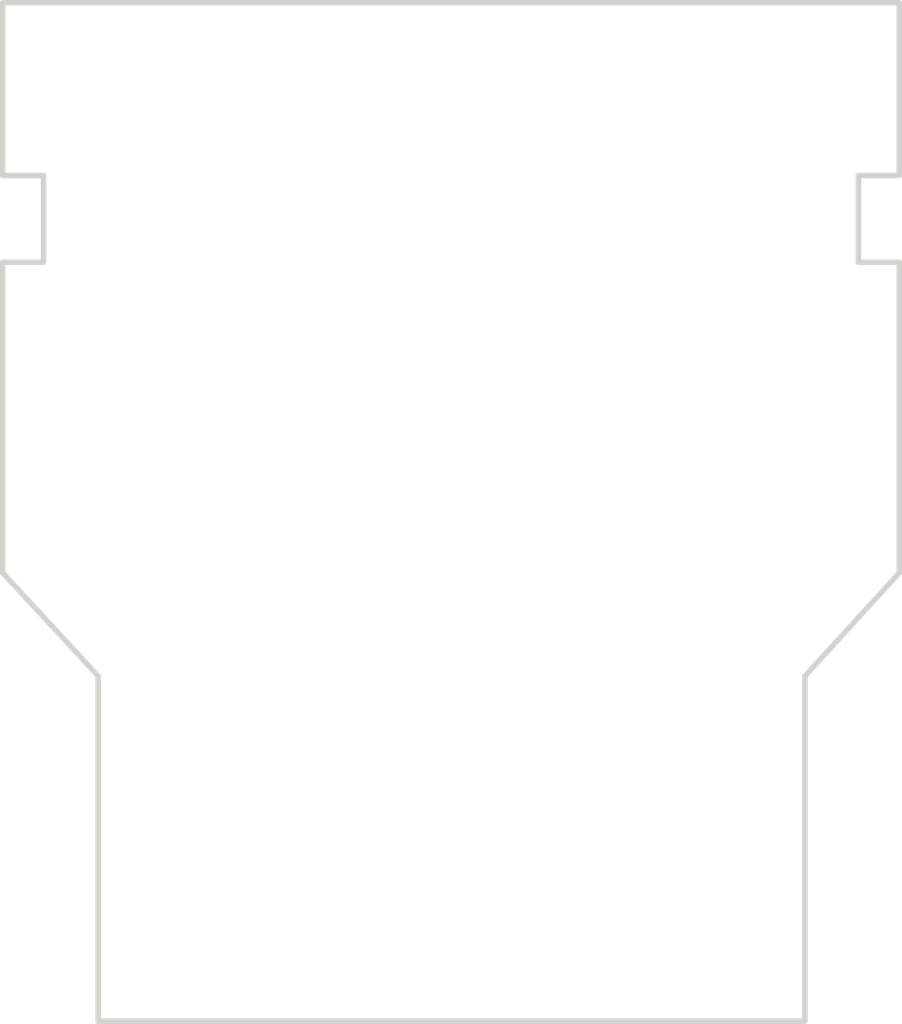
<source format=kicad_pcb>
(kicad_pcb (version 4) (host pcbnew 4.0.2+dfsg1-2~bpo8+1-stable)

  (general
    (links 0)
    (no_connects 0)
    (area 76.072999 50.799999 117.602001 97.917001)
    (thickness 1.6)
    (drawings 16)
    (tracks 0)
    (zones 0)
    (modules 0)
    (nets 1)
  )

  (page A4)
  (layers
    (0 F.Cu signal)
    (31 B.Cu signal)
    (32 B.Adhes user)
    (33 F.Adhes user)
    (34 B.Paste user)
    (35 F.Paste user)
    (36 B.SilkS user)
    (37 F.SilkS user)
    (38 B.Mask user)
    (39 F.Mask user)
    (40 Dwgs.User user)
    (41 Cmts.User user)
    (42 Eco1.User user)
    (43 Eco2.User user)
    (44 Edge.Cuts user)
    (45 Margin user)
    (46 B.CrtYd user)
    (47 F.CrtYd user)
    (48 B.Fab user)
    (49 F.Fab user)
  )

  (setup
    (last_trace_width 0.25)
    (trace_clearance 0.2)
    (zone_clearance 0.508)
    (zone_45_only no)
    (trace_min 0.2)
    (segment_width 0.2)
    (edge_width 0.15)
    (via_size 0.6)
    (via_drill 0.4)
    (via_min_size 0.4)
    (via_min_drill 0.3)
    (uvia_size 0.3)
    (uvia_drill 0.1)
    (uvias_allowed no)
    (uvia_min_size 0.2)
    (uvia_min_drill 0.1)
    (pcb_text_width 0.3)
    (pcb_text_size 1.5 1.5)
    (mod_edge_width 0.15)
    (mod_text_size 1 1)
    (mod_text_width 0.15)
    (pad_size 1.524 1.524)
    (pad_drill 0.762)
    (pad_to_mask_clearance 0.2)
    (aux_axis_origin 0 0)
    (visible_elements FFFFFF7F)
    (pcbplotparams
      (layerselection 0x00030_80000001)
      (usegerberextensions false)
      (excludeedgelayer true)
      (linewidth 0.100000)
      (plotframeref false)
      (viasonmask false)
      (mode 1)
      (useauxorigin false)
      (hpglpennumber 1)
      (hpglpenspeed 20)
      (hpglpendiameter 15)
      (hpglpenoverlay 2)
      (psnegative false)
      (psa4output false)
      (plotreference true)
      (plotvalue true)
      (plotinvisibletext false)
      (padsonsilk false)
      (subtractmaskfromsilk false)
      (outputformat 1)
      (mirror false)
      (drillshape 1)
      (scaleselection 1)
      (outputdirectory ""))
  )

  (net 0 "")

  (net_class Default "This is the default net class."
    (clearance 0.2)
    (trace_width 0.25)
    (via_dia 0.6)
    (via_drill 0.4)
    (uvia_dia 0.3)
    (uvia_drill 0.1)
  )

  (net_class Power ""
    (clearance 0.2)
    (trace_width 0.5)
    (via_dia 0.6)
    (via_drill 0.4)
    (uvia_dia 0.3)
    (uvia_drill 0.1)
  )

  (gr_line (start 76.2 50.927) (end 117.475 50.927) (layer Edge.Cuts) (width 0.254))
  (gr_line (start 113.1316 97.79) (end 113.1316 81.915) (layer Edge.Cuts) (width 0.254))
  (gr_line (start 80.5942 97.79) (end 113.1316 97.79) (layer Edge.Cuts) (width 0.254))
  (gr_line (start 115.5954 58.8772) (end 117.475 58.8772) (layer Edge.Cuts) (width 0.254))
  (gr_line (start 115.5954 62.865) (end 115.5954 58.8772) (layer Edge.Cuts) (width 0.254))
  (gr_line (start 115.5954 62.865) (end 117.475 62.865) (layer Edge.Cuts) (width 0.254))
  (gr_line (start 117.475 58.8772) (end 117.475 50.927) (layer Edge.Cuts) (width 0.254))
  (gr_line (start 76.2 58.8772) (end 78.0796 58.8772) (layer Edge.Cuts) (width 0.254))
  (gr_line (start 78.0796 62.865) (end 78.0796 58.8772) (layer Edge.Cuts) (width 0.254))
  (gr_line (start 76.2 58.8772) (end 76.2 50.927) (layer Edge.Cuts) (width 0.254))
  (gr_line (start 76.2 77.1652) (end 76.2 62.865) (layer Edge.Cuts) (width 0.254))
  (gr_line (start 76.2 77.1652) (end 80.5942 81.915) (layer Edge.Cuts) (width 0.254))
  (gr_line (start 113.1316 81.915) (end 117.475 77.1652) (layer Edge.Cuts) (width 0.254))
  (gr_line (start 80.5942 97.79) (end 80.5942 81.915) (layer Edge.Cuts) (width 0.254))
  (gr_line (start 76.2 62.865) (end 78.0796 62.865) (layer Edge.Cuts) (width 0.254))
  (gr_line (start 117.475 77.1652) (end 117.475 62.865) (layer Edge.Cuts) (width 0.254))

)

</source>
